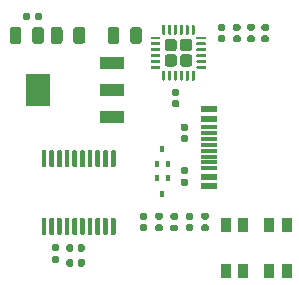
<source format=gtp>
G04 #@! TF.GenerationSoftware,KiCad,Pcbnew,5.1.9+dfsg1-1*
G04 #@! TF.CreationDate,2022-04-19T21:03:17+02:00*
G04 #@! TF.ProjectId,edgedriver,65646765-6472-4697-9665-722e6b696361,rev?*
G04 #@! TF.SameCoordinates,Original*
G04 #@! TF.FileFunction,Paste,Top*
G04 #@! TF.FilePolarity,Positive*
%FSLAX46Y46*%
G04 Gerber Fmt 4.6, Leading zero omitted, Abs format (unit mm)*
G04 Created by KiCad (PCBNEW 5.1.9+dfsg1-1) date 2022-04-19 21:03:17*
%MOMM*%
%LPD*%
G01*
G04 APERTURE LIST*
%ADD10R,0.400000X0.510000*%
%ADD11R,1.450000X0.300000*%
%ADD12R,1.450000X0.600000*%
%ADD13R,0.900000X1.250000*%
%ADD14R,2.000000X2.800000*%
%ADD15R,2.000000X1.000000*%
G04 APERTURE END LIST*
D10*
X400000Y10295000D03*
X900000Y9005000D03*
X1400000Y10295000D03*
D11*
X4855000Y12650000D03*
X4855000Y14650000D03*
X4855000Y14150000D03*
X4855000Y13650000D03*
X4855000Y13150000D03*
X4855000Y12150000D03*
X4855000Y11650000D03*
X4855000Y11150000D03*
D12*
X4855000Y9650000D03*
X4855000Y10450000D03*
X4855000Y15350000D03*
X4855000Y16150000D03*
D10*
X400000Y11505000D03*
X900000Y12795000D03*
X1400000Y11505000D03*
G36*
G01*
X-9150000Y22875000D02*
X-9150000Y21925000D01*
G75*
G02*
X-9400000Y21675000I-250000J0D01*
G01*
X-9900000Y21675000D01*
G75*
G02*
X-10150000Y21925000I0J250000D01*
G01*
X-10150000Y22875000D01*
G75*
G02*
X-9900000Y23125000I250000J0D01*
G01*
X-9400000Y23125000D01*
G75*
G02*
X-9150000Y22875000I0J-250000D01*
G01*
G37*
G36*
G01*
X-11050000Y22875000D02*
X-11050000Y21925000D01*
G75*
G02*
X-11300000Y21675000I-250000J0D01*
G01*
X-11800000Y21675000D01*
G75*
G02*
X-12050000Y21925000I0J250000D01*
G01*
X-12050000Y22875000D01*
G75*
G02*
X-11800000Y23125000I250000J0D01*
G01*
X-11300000Y23125000D01*
G75*
G02*
X-11050000Y22875000I0J-250000D01*
G01*
G37*
D13*
X9950000Y2475000D03*
X11450000Y2475000D03*
X9950000Y6325000D03*
X11450000Y6325000D03*
X6250000Y2475000D03*
X7750000Y2475000D03*
X6250000Y6325000D03*
X7750000Y6325000D03*
G36*
G01*
X3027500Y7380000D02*
X3372500Y7380000D01*
G75*
G02*
X3520000Y7232500I0J-147500D01*
G01*
X3520000Y6937500D01*
G75*
G02*
X3372500Y6790000I-147500J0D01*
G01*
X3027500Y6790000D01*
G75*
G02*
X2880000Y6937500I0J147500D01*
G01*
X2880000Y7232500D01*
G75*
G02*
X3027500Y7380000I147500J0D01*
G01*
G37*
G36*
G01*
X3027500Y6410000D02*
X3372500Y6410000D01*
G75*
G02*
X3520000Y6262500I0J-147500D01*
G01*
X3520000Y5967500D01*
G75*
G02*
X3372500Y5820000I-147500J0D01*
G01*
X3027500Y5820000D01*
G75*
G02*
X2880000Y5967500I0J147500D01*
G01*
X2880000Y6262500D01*
G75*
G02*
X3027500Y6410000I147500J0D01*
G01*
G37*
G36*
G01*
X-9025000Y5500000D02*
X-9225000Y5500000D01*
G75*
G02*
X-9325000Y5600000I0J100000D01*
G01*
X-9325000Y6875000D01*
G75*
G02*
X-9225000Y6975000I100000J0D01*
G01*
X-9025000Y6975000D01*
G75*
G02*
X-8925000Y6875000I0J-100000D01*
G01*
X-8925000Y5600000D01*
G75*
G02*
X-9025000Y5500000I-100000J0D01*
G01*
G37*
G36*
G01*
X-8375000Y5500000D02*
X-8575000Y5500000D01*
G75*
G02*
X-8675000Y5600000I0J100000D01*
G01*
X-8675000Y6875000D01*
G75*
G02*
X-8575000Y6975000I100000J0D01*
G01*
X-8375000Y6975000D01*
G75*
G02*
X-8275000Y6875000I0J-100000D01*
G01*
X-8275000Y5600000D01*
G75*
G02*
X-8375000Y5500000I-100000J0D01*
G01*
G37*
G36*
G01*
X-7725000Y5500000D02*
X-7925000Y5500000D01*
G75*
G02*
X-8025000Y5600000I0J100000D01*
G01*
X-8025000Y6875000D01*
G75*
G02*
X-7925000Y6975000I100000J0D01*
G01*
X-7725000Y6975000D01*
G75*
G02*
X-7625000Y6875000I0J-100000D01*
G01*
X-7625000Y5600000D01*
G75*
G02*
X-7725000Y5500000I-100000J0D01*
G01*
G37*
G36*
G01*
X-7075000Y5500000D02*
X-7275000Y5500000D01*
G75*
G02*
X-7375000Y5600000I0J100000D01*
G01*
X-7375000Y6875000D01*
G75*
G02*
X-7275000Y6975000I100000J0D01*
G01*
X-7075000Y6975000D01*
G75*
G02*
X-6975000Y6875000I0J-100000D01*
G01*
X-6975000Y5600000D01*
G75*
G02*
X-7075000Y5500000I-100000J0D01*
G01*
G37*
G36*
G01*
X-6425000Y5500000D02*
X-6625000Y5500000D01*
G75*
G02*
X-6725000Y5600000I0J100000D01*
G01*
X-6725000Y6875000D01*
G75*
G02*
X-6625000Y6975000I100000J0D01*
G01*
X-6425000Y6975000D01*
G75*
G02*
X-6325000Y6875000I0J-100000D01*
G01*
X-6325000Y5600000D01*
G75*
G02*
X-6425000Y5500000I-100000J0D01*
G01*
G37*
G36*
G01*
X-5775000Y5500000D02*
X-5975000Y5500000D01*
G75*
G02*
X-6075000Y5600000I0J100000D01*
G01*
X-6075000Y6875000D01*
G75*
G02*
X-5975000Y6975000I100000J0D01*
G01*
X-5775000Y6975000D01*
G75*
G02*
X-5675000Y6875000I0J-100000D01*
G01*
X-5675000Y5600000D01*
G75*
G02*
X-5775000Y5500000I-100000J0D01*
G01*
G37*
G36*
G01*
X-5125000Y5500000D02*
X-5325000Y5500000D01*
G75*
G02*
X-5425000Y5600000I0J100000D01*
G01*
X-5425000Y6875000D01*
G75*
G02*
X-5325000Y6975000I100000J0D01*
G01*
X-5125000Y6975000D01*
G75*
G02*
X-5025000Y6875000I0J-100000D01*
G01*
X-5025000Y5600000D01*
G75*
G02*
X-5125000Y5500000I-100000J0D01*
G01*
G37*
G36*
G01*
X-4475000Y5500000D02*
X-4675000Y5500000D01*
G75*
G02*
X-4775000Y5600000I0J100000D01*
G01*
X-4775000Y6875000D01*
G75*
G02*
X-4675000Y6975000I100000J0D01*
G01*
X-4475000Y6975000D01*
G75*
G02*
X-4375000Y6875000I0J-100000D01*
G01*
X-4375000Y5600000D01*
G75*
G02*
X-4475000Y5500000I-100000J0D01*
G01*
G37*
G36*
G01*
X-3825000Y5500000D02*
X-4025000Y5500000D01*
G75*
G02*
X-4125000Y5600000I0J100000D01*
G01*
X-4125000Y6875000D01*
G75*
G02*
X-4025000Y6975000I100000J0D01*
G01*
X-3825000Y6975000D01*
G75*
G02*
X-3725000Y6875000I0J-100000D01*
G01*
X-3725000Y5600000D01*
G75*
G02*
X-3825000Y5500000I-100000J0D01*
G01*
G37*
G36*
G01*
X-3175000Y5500000D02*
X-3375000Y5500000D01*
G75*
G02*
X-3475000Y5600000I0J100000D01*
G01*
X-3475000Y6875000D01*
G75*
G02*
X-3375000Y6975000I100000J0D01*
G01*
X-3175000Y6975000D01*
G75*
G02*
X-3075000Y6875000I0J-100000D01*
G01*
X-3075000Y5600000D01*
G75*
G02*
X-3175000Y5500000I-100000J0D01*
G01*
G37*
G36*
G01*
X-3175000Y11225000D02*
X-3375000Y11225000D01*
G75*
G02*
X-3475000Y11325000I0J100000D01*
G01*
X-3475000Y12600000D01*
G75*
G02*
X-3375000Y12700000I100000J0D01*
G01*
X-3175000Y12700000D01*
G75*
G02*
X-3075000Y12600000I0J-100000D01*
G01*
X-3075000Y11325000D01*
G75*
G02*
X-3175000Y11225000I-100000J0D01*
G01*
G37*
G36*
G01*
X-3825000Y11225000D02*
X-4025000Y11225000D01*
G75*
G02*
X-4125000Y11325000I0J100000D01*
G01*
X-4125000Y12600000D01*
G75*
G02*
X-4025000Y12700000I100000J0D01*
G01*
X-3825000Y12700000D01*
G75*
G02*
X-3725000Y12600000I0J-100000D01*
G01*
X-3725000Y11325000D01*
G75*
G02*
X-3825000Y11225000I-100000J0D01*
G01*
G37*
G36*
G01*
X-4475000Y11225000D02*
X-4675000Y11225000D01*
G75*
G02*
X-4775000Y11325000I0J100000D01*
G01*
X-4775000Y12600000D01*
G75*
G02*
X-4675000Y12700000I100000J0D01*
G01*
X-4475000Y12700000D01*
G75*
G02*
X-4375000Y12600000I0J-100000D01*
G01*
X-4375000Y11325000D01*
G75*
G02*
X-4475000Y11225000I-100000J0D01*
G01*
G37*
G36*
G01*
X-5125000Y11225000D02*
X-5325000Y11225000D01*
G75*
G02*
X-5425000Y11325000I0J100000D01*
G01*
X-5425000Y12600000D01*
G75*
G02*
X-5325000Y12700000I100000J0D01*
G01*
X-5125000Y12700000D01*
G75*
G02*
X-5025000Y12600000I0J-100000D01*
G01*
X-5025000Y11325000D01*
G75*
G02*
X-5125000Y11225000I-100000J0D01*
G01*
G37*
G36*
G01*
X-5775000Y11225000D02*
X-5975000Y11225000D01*
G75*
G02*
X-6075000Y11325000I0J100000D01*
G01*
X-6075000Y12600000D01*
G75*
G02*
X-5975000Y12700000I100000J0D01*
G01*
X-5775000Y12700000D01*
G75*
G02*
X-5675000Y12600000I0J-100000D01*
G01*
X-5675000Y11325000D01*
G75*
G02*
X-5775000Y11225000I-100000J0D01*
G01*
G37*
G36*
G01*
X-6425000Y11225000D02*
X-6625000Y11225000D01*
G75*
G02*
X-6725000Y11325000I0J100000D01*
G01*
X-6725000Y12600000D01*
G75*
G02*
X-6625000Y12700000I100000J0D01*
G01*
X-6425000Y12700000D01*
G75*
G02*
X-6325000Y12600000I0J-100000D01*
G01*
X-6325000Y11325000D01*
G75*
G02*
X-6425000Y11225000I-100000J0D01*
G01*
G37*
G36*
G01*
X-7075000Y11225000D02*
X-7275000Y11225000D01*
G75*
G02*
X-7375000Y11325000I0J100000D01*
G01*
X-7375000Y12600000D01*
G75*
G02*
X-7275000Y12700000I100000J0D01*
G01*
X-7075000Y12700000D01*
G75*
G02*
X-6975000Y12600000I0J-100000D01*
G01*
X-6975000Y11325000D01*
G75*
G02*
X-7075000Y11225000I-100000J0D01*
G01*
G37*
G36*
G01*
X-7725000Y11225000D02*
X-7925000Y11225000D01*
G75*
G02*
X-8025000Y11325000I0J100000D01*
G01*
X-8025000Y12600000D01*
G75*
G02*
X-7925000Y12700000I100000J0D01*
G01*
X-7725000Y12700000D01*
G75*
G02*
X-7625000Y12600000I0J-100000D01*
G01*
X-7625000Y11325000D01*
G75*
G02*
X-7725000Y11225000I-100000J0D01*
G01*
G37*
G36*
G01*
X-8375000Y11225000D02*
X-8575000Y11225000D01*
G75*
G02*
X-8675000Y11325000I0J100000D01*
G01*
X-8675000Y12600000D01*
G75*
G02*
X-8575000Y12700000I100000J0D01*
G01*
X-8375000Y12700000D01*
G75*
G02*
X-8275000Y12600000I0J-100000D01*
G01*
X-8275000Y11325000D01*
G75*
G02*
X-8375000Y11225000I-100000J0D01*
G01*
G37*
G36*
G01*
X-9025000Y11225000D02*
X-9225000Y11225000D01*
G75*
G02*
X-9325000Y11325000I0J100000D01*
G01*
X-9325000Y12600000D01*
G75*
G02*
X-9225000Y12700000I100000J0D01*
G01*
X-9025000Y12700000D01*
G75*
G02*
X-8925000Y12600000I0J-100000D01*
G01*
X-8925000Y11325000D01*
G75*
G02*
X-9025000Y11225000I-100000J0D01*
G01*
G37*
D14*
X-9650000Y17800000D03*
D15*
X-3350000Y17800000D03*
X-3350000Y20100000D03*
X-3350000Y15500000D03*
G36*
G01*
X-7230000Y4227500D02*
X-7230000Y4572500D01*
G75*
G02*
X-7082500Y4720000I147500J0D01*
G01*
X-6787500Y4720000D01*
G75*
G02*
X-6640000Y4572500I0J-147500D01*
G01*
X-6640000Y4227500D01*
G75*
G02*
X-6787500Y4080000I-147500J0D01*
G01*
X-7082500Y4080000D01*
G75*
G02*
X-7230000Y4227500I0J147500D01*
G01*
G37*
G36*
G01*
X-6260000Y4227500D02*
X-6260000Y4572500D01*
G75*
G02*
X-6112500Y4720000I147500J0D01*
G01*
X-5817500Y4720000D01*
G75*
G02*
X-5670000Y4572500I0J-147500D01*
G01*
X-5670000Y4227500D01*
G75*
G02*
X-5817500Y4080000I-147500J0D01*
G01*
X-6112500Y4080000D01*
G75*
G02*
X-6260000Y4227500I0J147500D01*
G01*
G37*
G36*
G01*
X-5670000Y3322500D02*
X-5670000Y2977500D01*
G75*
G02*
X-5817500Y2830000I-147500J0D01*
G01*
X-6112500Y2830000D01*
G75*
G02*
X-6260000Y2977500I0J147500D01*
G01*
X-6260000Y3322500D01*
G75*
G02*
X-6112500Y3470000I147500J0D01*
G01*
X-5817500Y3470000D01*
G75*
G02*
X-5670000Y3322500I0J-147500D01*
G01*
G37*
G36*
G01*
X-6640000Y3322500D02*
X-6640000Y2977500D01*
G75*
G02*
X-6787500Y2830000I-147500J0D01*
G01*
X-7082500Y2830000D01*
G75*
G02*
X-7230000Y2977500I0J147500D01*
G01*
X-7230000Y3322500D01*
G75*
G02*
X-7082500Y3470000I147500J0D01*
G01*
X-6787500Y3470000D01*
G75*
G02*
X-6640000Y3322500I0J-147500D01*
G01*
G37*
G36*
G01*
X-8322500Y3760000D02*
X-7977500Y3760000D01*
G75*
G02*
X-7830000Y3612500I0J-147500D01*
G01*
X-7830000Y3317500D01*
G75*
G02*
X-7977500Y3170000I-147500J0D01*
G01*
X-8322500Y3170000D01*
G75*
G02*
X-8470000Y3317500I0J147500D01*
G01*
X-8470000Y3612500D01*
G75*
G02*
X-8322500Y3760000I147500J0D01*
G01*
G37*
G36*
G01*
X-8322500Y4730000D02*
X-7977500Y4730000D01*
G75*
G02*
X-7830000Y4582500I0J-147500D01*
G01*
X-7830000Y4287500D01*
G75*
G02*
X-7977500Y4140000I-147500J0D01*
G01*
X-8322500Y4140000D01*
G75*
G02*
X-8470000Y4287500I0J147500D01*
G01*
X-8470000Y4582500D01*
G75*
G02*
X-8322500Y4730000I147500J0D01*
G01*
G37*
G36*
G01*
X3425000Y20562501D02*
X3425000Y20012499D01*
G75*
G02*
X3175001Y19762500I-249999J0D01*
G01*
X2624999Y19762500D01*
G75*
G02*
X2375000Y20012499I0J249999D01*
G01*
X2375000Y20562501D01*
G75*
G02*
X2624999Y20812500I249999J0D01*
G01*
X3175001Y20812500D01*
G75*
G02*
X3425000Y20562501I0J-249999D01*
G01*
G37*
G36*
G01*
X3425000Y21862501D02*
X3425000Y21312499D01*
G75*
G02*
X3175001Y21062500I-249999J0D01*
G01*
X2624999Y21062500D01*
G75*
G02*
X2375000Y21312499I0J249999D01*
G01*
X2375000Y21862501D01*
G75*
G02*
X2624999Y22112500I249999J0D01*
G01*
X3175001Y22112500D01*
G75*
G02*
X3425000Y21862501I0J-249999D01*
G01*
G37*
G36*
G01*
X2125000Y20562501D02*
X2125000Y20012499D01*
G75*
G02*
X1875001Y19762500I-249999J0D01*
G01*
X1324999Y19762500D01*
G75*
G02*
X1075000Y20012499I0J249999D01*
G01*
X1075000Y20562501D01*
G75*
G02*
X1324999Y20812500I249999J0D01*
G01*
X1875001Y20812500D01*
G75*
G02*
X2125000Y20562501I0J-249999D01*
G01*
G37*
G36*
G01*
X2125000Y21862501D02*
X2125000Y21312499D01*
G75*
G02*
X1875001Y21062500I-249999J0D01*
G01*
X1324999Y21062500D01*
G75*
G02*
X1075000Y21312499I0J249999D01*
G01*
X1075000Y21862501D01*
G75*
G02*
X1324999Y22112500I249999J0D01*
G01*
X1875001Y22112500D01*
G75*
G02*
X2125000Y21862501I0J-249999D01*
G01*
G37*
G36*
G01*
X4600000Y19750000D02*
X4600000Y19625000D01*
G75*
G02*
X4537500Y19562500I-62500J0D01*
G01*
X3837500Y19562500D01*
G75*
G02*
X3775000Y19625000I0J62500D01*
G01*
X3775000Y19750000D01*
G75*
G02*
X3837500Y19812500I62500J0D01*
G01*
X4537500Y19812500D01*
G75*
G02*
X4600000Y19750000I0J-62500D01*
G01*
G37*
G36*
G01*
X4600000Y20250000D02*
X4600000Y20125000D01*
G75*
G02*
X4537500Y20062500I-62500J0D01*
G01*
X3837500Y20062500D01*
G75*
G02*
X3775000Y20125000I0J62500D01*
G01*
X3775000Y20250000D01*
G75*
G02*
X3837500Y20312500I62500J0D01*
G01*
X4537500Y20312500D01*
G75*
G02*
X4600000Y20250000I0J-62500D01*
G01*
G37*
G36*
G01*
X4600000Y20750000D02*
X4600000Y20625000D01*
G75*
G02*
X4537500Y20562500I-62500J0D01*
G01*
X3837500Y20562500D01*
G75*
G02*
X3775000Y20625000I0J62500D01*
G01*
X3775000Y20750000D01*
G75*
G02*
X3837500Y20812500I62500J0D01*
G01*
X4537500Y20812500D01*
G75*
G02*
X4600000Y20750000I0J-62500D01*
G01*
G37*
G36*
G01*
X4600000Y21250000D02*
X4600000Y21125000D01*
G75*
G02*
X4537500Y21062500I-62500J0D01*
G01*
X3837500Y21062500D01*
G75*
G02*
X3775000Y21125000I0J62500D01*
G01*
X3775000Y21250000D01*
G75*
G02*
X3837500Y21312500I62500J0D01*
G01*
X4537500Y21312500D01*
G75*
G02*
X4600000Y21250000I0J-62500D01*
G01*
G37*
G36*
G01*
X4600000Y21750000D02*
X4600000Y21625000D01*
G75*
G02*
X4537500Y21562500I-62500J0D01*
G01*
X3837500Y21562500D01*
G75*
G02*
X3775000Y21625000I0J62500D01*
G01*
X3775000Y21750000D01*
G75*
G02*
X3837500Y21812500I62500J0D01*
G01*
X4537500Y21812500D01*
G75*
G02*
X4600000Y21750000I0J-62500D01*
G01*
G37*
G36*
G01*
X4600000Y22250000D02*
X4600000Y22125000D01*
G75*
G02*
X4537500Y22062500I-62500J0D01*
G01*
X3837500Y22062500D01*
G75*
G02*
X3775000Y22125000I0J62500D01*
G01*
X3775000Y22250000D01*
G75*
G02*
X3837500Y22312500I62500J0D01*
G01*
X4537500Y22312500D01*
G75*
G02*
X4600000Y22250000I0J-62500D01*
G01*
G37*
G36*
G01*
X3625000Y23225000D02*
X3625000Y22525000D01*
G75*
G02*
X3562500Y22462500I-62500J0D01*
G01*
X3437500Y22462500D01*
G75*
G02*
X3375000Y22525000I0J62500D01*
G01*
X3375000Y23225000D01*
G75*
G02*
X3437500Y23287500I62500J0D01*
G01*
X3562500Y23287500D01*
G75*
G02*
X3625000Y23225000I0J-62500D01*
G01*
G37*
G36*
G01*
X3125000Y23225000D02*
X3125000Y22525000D01*
G75*
G02*
X3062500Y22462500I-62500J0D01*
G01*
X2937500Y22462500D01*
G75*
G02*
X2875000Y22525000I0J62500D01*
G01*
X2875000Y23225000D01*
G75*
G02*
X2937500Y23287500I62500J0D01*
G01*
X3062500Y23287500D01*
G75*
G02*
X3125000Y23225000I0J-62500D01*
G01*
G37*
G36*
G01*
X2625000Y23225000D02*
X2625000Y22525000D01*
G75*
G02*
X2562500Y22462500I-62500J0D01*
G01*
X2437500Y22462500D01*
G75*
G02*
X2375000Y22525000I0J62500D01*
G01*
X2375000Y23225000D01*
G75*
G02*
X2437500Y23287500I62500J0D01*
G01*
X2562500Y23287500D01*
G75*
G02*
X2625000Y23225000I0J-62500D01*
G01*
G37*
G36*
G01*
X2125000Y23225000D02*
X2125000Y22525000D01*
G75*
G02*
X2062500Y22462500I-62500J0D01*
G01*
X1937500Y22462500D01*
G75*
G02*
X1875000Y22525000I0J62500D01*
G01*
X1875000Y23225000D01*
G75*
G02*
X1937500Y23287500I62500J0D01*
G01*
X2062500Y23287500D01*
G75*
G02*
X2125000Y23225000I0J-62500D01*
G01*
G37*
G36*
G01*
X1625000Y23225000D02*
X1625000Y22525000D01*
G75*
G02*
X1562500Y22462500I-62500J0D01*
G01*
X1437500Y22462500D01*
G75*
G02*
X1375000Y22525000I0J62500D01*
G01*
X1375000Y23225000D01*
G75*
G02*
X1437500Y23287500I62500J0D01*
G01*
X1562500Y23287500D01*
G75*
G02*
X1625000Y23225000I0J-62500D01*
G01*
G37*
G36*
G01*
X1125000Y23225000D02*
X1125000Y22525000D01*
G75*
G02*
X1062500Y22462500I-62500J0D01*
G01*
X937500Y22462500D01*
G75*
G02*
X875000Y22525000I0J62500D01*
G01*
X875000Y23225000D01*
G75*
G02*
X937500Y23287500I62500J0D01*
G01*
X1062500Y23287500D01*
G75*
G02*
X1125000Y23225000I0J-62500D01*
G01*
G37*
G36*
G01*
X725000Y22250000D02*
X725000Y22125000D01*
G75*
G02*
X662500Y22062500I-62500J0D01*
G01*
X-37500Y22062500D01*
G75*
G02*
X-100000Y22125000I0J62500D01*
G01*
X-100000Y22250000D01*
G75*
G02*
X-37500Y22312500I62500J0D01*
G01*
X662500Y22312500D01*
G75*
G02*
X725000Y22250000I0J-62500D01*
G01*
G37*
G36*
G01*
X725000Y21750000D02*
X725000Y21625000D01*
G75*
G02*
X662500Y21562500I-62500J0D01*
G01*
X-37500Y21562500D01*
G75*
G02*
X-100000Y21625000I0J62500D01*
G01*
X-100000Y21750000D01*
G75*
G02*
X-37500Y21812500I62500J0D01*
G01*
X662500Y21812500D01*
G75*
G02*
X725000Y21750000I0J-62500D01*
G01*
G37*
G36*
G01*
X725000Y21250000D02*
X725000Y21125000D01*
G75*
G02*
X662500Y21062500I-62500J0D01*
G01*
X-37500Y21062500D01*
G75*
G02*
X-100000Y21125000I0J62500D01*
G01*
X-100000Y21250000D01*
G75*
G02*
X-37500Y21312500I62500J0D01*
G01*
X662500Y21312500D01*
G75*
G02*
X725000Y21250000I0J-62500D01*
G01*
G37*
G36*
G01*
X725000Y20750000D02*
X725000Y20625000D01*
G75*
G02*
X662500Y20562500I-62500J0D01*
G01*
X-37500Y20562500D01*
G75*
G02*
X-100000Y20625000I0J62500D01*
G01*
X-100000Y20750000D01*
G75*
G02*
X-37500Y20812500I62500J0D01*
G01*
X662500Y20812500D01*
G75*
G02*
X725000Y20750000I0J-62500D01*
G01*
G37*
G36*
G01*
X725000Y20250000D02*
X725000Y20125000D01*
G75*
G02*
X662500Y20062500I-62500J0D01*
G01*
X-37500Y20062500D01*
G75*
G02*
X-100000Y20125000I0J62500D01*
G01*
X-100000Y20250000D01*
G75*
G02*
X-37500Y20312500I62500J0D01*
G01*
X662500Y20312500D01*
G75*
G02*
X725000Y20250000I0J-62500D01*
G01*
G37*
G36*
G01*
X725000Y19750000D02*
X725000Y19625000D01*
G75*
G02*
X662500Y19562500I-62500J0D01*
G01*
X-37500Y19562500D01*
G75*
G02*
X-100000Y19625000I0J62500D01*
G01*
X-100000Y19750000D01*
G75*
G02*
X-37500Y19812500I62500J0D01*
G01*
X662500Y19812500D01*
G75*
G02*
X725000Y19750000I0J-62500D01*
G01*
G37*
G36*
G01*
X1125000Y19350000D02*
X1125000Y18650000D01*
G75*
G02*
X1062500Y18587500I-62500J0D01*
G01*
X937500Y18587500D01*
G75*
G02*
X875000Y18650000I0J62500D01*
G01*
X875000Y19350000D01*
G75*
G02*
X937500Y19412500I62500J0D01*
G01*
X1062500Y19412500D01*
G75*
G02*
X1125000Y19350000I0J-62500D01*
G01*
G37*
G36*
G01*
X1625000Y19350000D02*
X1625000Y18650000D01*
G75*
G02*
X1562500Y18587500I-62500J0D01*
G01*
X1437500Y18587500D01*
G75*
G02*
X1375000Y18650000I0J62500D01*
G01*
X1375000Y19350000D01*
G75*
G02*
X1437500Y19412500I62500J0D01*
G01*
X1562500Y19412500D01*
G75*
G02*
X1625000Y19350000I0J-62500D01*
G01*
G37*
G36*
G01*
X2125000Y19350000D02*
X2125000Y18650000D01*
G75*
G02*
X2062500Y18587500I-62500J0D01*
G01*
X1937500Y18587500D01*
G75*
G02*
X1875000Y18650000I0J62500D01*
G01*
X1875000Y19350000D01*
G75*
G02*
X1937500Y19412500I62500J0D01*
G01*
X2062500Y19412500D01*
G75*
G02*
X2125000Y19350000I0J-62500D01*
G01*
G37*
G36*
G01*
X2625000Y19350000D02*
X2625000Y18650000D01*
G75*
G02*
X2562500Y18587500I-62500J0D01*
G01*
X2437500Y18587500D01*
G75*
G02*
X2375000Y18650000I0J62500D01*
G01*
X2375000Y19350000D01*
G75*
G02*
X2437500Y19412500I62500J0D01*
G01*
X2562500Y19412500D01*
G75*
G02*
X2625000Y19350000I0J-62500D01*
G01*
G37*
G36*
G01*
X3125000Y19350000D02*
X3125000Y18650000D01*
G75*
G02*
X3062500Y18587500I-62500J0D01*
G01*
X2937500Y18587500D01*
G75*
G02*
X2875000Y18650000I0J62500D01*
G01*
X2875000Y19350000D01*
G75*
G02*
X2937500Y19412500I62500J0D01*
G01*
X3062500Y19412500D01*
G75*
G02*
X3125000Y19350000I0J-62500D01*
G01*
G37*
G36*
G01*
X3625000Y19350000D02*
X3625000Y18650000D01*
G75*
G02*
X3562500Y18587500I-62500J0D01*
G01*
X3437500Y18587500D01*
G75*
G02*
X3375000Y18650000I0J62500D01*
G01*
X3375000Y19350000D01*
G75*
G02*
X3437500Y19412500I62500J0D01*
G01*
X3562500Y19412500D01*
G75*
G02*
X3625000Y19350000I0J-62500D01*
G01*
G37*
G36*
G01*
X2182500Y16310000D02*
X1837500Y16310000D01*
G75*
G02*
X1690000Y16457500I0J147500D01*
G01*
X1690000Y16752500D01*
G75*
G02*
X1837500Y16900000I147500J0D01*
G01*
X2182500Y16900000D01*
G75*
G02*
X2330000Y16752500I0J-147500D01*
G01*
X2330000Y16457500D01*
G75*
G02*
X2182500Y16310000I-147500J0D01*
G01*
G37*
G36*
G01*
X2182500Y17280000D02*
X1837500Y17280000D01*
G75*
G02*
X1690000Y17427500I0J147500D01*
G01*
X1690000Y17722500D01*
G75*
G02*
X1837500Y17870000I147500J0D01*
G01*
X2182500Y17870000D01*
G75*
G02*
X2330000Y17722500I0J-147500D01*
G01*
X2330000Y17427500D01*
G75*
G02*
X2182500Y17280000I-147500J0D01*
G01*
G37*
G36*
G01*
X5727500Y22410000D02*
X6072500Y22410000D01*
G75*
G02*
X6220000Y22262500I0J-147500D01*
G01*
X6220000Y21967500D01*
G75*
G02*
X6072500Y21820000I-147500J0D01*
G01*
X5727500Y21820000D01*
G75*
G02*
X5580000Y21967500I0J147500D01*
G01*
X5580000Y22262500D01*
G75*
G02*
X5727500Y22410000I147500J0D01*
G01*
G37*
G36*
G01*
X5727500Y23380000D02*
X6072500Y23380000D01*
G75*
G02*
X6220000Y23232500I0J-147500D01*
G01*
X6220000Y22937500D01*
G75*
G02*
X6072500Y22790000I-147500J0D01*
G01*
X5727500Y22790000D01*
G75*
G02*
X5580000Y22937500I0J147500D01*
G01*
X5580000Y23232500D01*
G75*
G02*
X5727500Y23380000I147500J0D01*
G01*
G37*
G36*
G01*
X8572500Y22790000D02*
X8227500Y22790000D01*
G75*
G02*
X8080000Y22937500I0J147500D01*
G01*
X8080000Y23232500D01*
G75*
G02*
X8227500Y23380000I147500J0D01*
G01*
X8572500Y23380000D01*
G75*
G02*
X8720000Y23232500I0J-147500D01*
G01*
X8720000Y22937500D01*
G75*
G02*
X8572500Y22790000I-147500J0D01*
G01*
G37*
G36*
G01*
X8572500Y21820000D02*
X8227500Y21820000D01*
G75*
G02*
X8080000Y21967500I0J147500D01*
G01*
X8080000Y22262500D01*
G75*
G02*
X8227500Y22410000I147500J0D01*
G01*
X8572500Y22410000D01*
G75*
G02*
X8720000Y22262500I0J-147500D01*
G01*
X8720000Y21967500D01*
G75*
G02*
X8572500Y21820000I-147500J0D01*
G01*
G37*
G36*
G01*
X-9320000Y24172500D02*
X-9320000Y23827500D01*
G75*
G02*
X-9467500Y23680000I-147500J0D01*
G01*
X-9762500Y23680000D01*
G75*
G02*
X-9910000Y23827500I0J147500D01*
G01*
X-9910000Y24172500D01*
G75*
G02*
X-9762500Y24320000I147500J0D01*
G01*
X-9467500Y24320000D01*
G75*
G02*
X-9320000Y24172500I0J-147500D01*
G01*
G37*
G36*
G01*
X-10290000Y24172500D02*
X-10290000Y23827500D01*
G75*
G02*
X-10437500Y23680000I-147500J0D01*
G01*
X-10732500Y23680000D01*
G75*
G02*
X-10880000Y23827500I0J147500D01*
G01*
X-10880000Y24172500D01*
G75*
G02*
X-10732500Y24320000I147500J0D01*
G01*
X-10437500Y24320000D01*
G75*
G02*
X-10290000Y24172500I0J-147500D01*
G01*
G37*
G36*
G01*
X7372500Y21820000D02*
X7027500Y21820000D01*
G75*
G02*
X6880000Y21967500I0J147500D01*
G01*
X6880000Y22262500D01*
G75*
G02*
X7027500Y22410000I147500J0D01*
G01*
X7372500Y22410000D01*
G75*
G02*
X7520000Y22262500I0J-147500D01*
G01*
X7520000Y21967500D01*
G75*
G02*
X7372500Y21820000I-147500J0D01*
G01*
G37*
G36*
G01*
X7372500Y22790000D02*
X7027500Y22790000D01*
G75*
G02*
X6880000Y22937500I0J147500D01*
G01*
X6880000Y23232500D01*
G75*
G02*
X7027500Y23380000I147500J0D01*
G01*
X7372500Y23380000D01*
G75*
G02*
X7520000Y23232500I0J-147500D01*
G01*
X7520000Y22937500D01*
G75*
G02*
X7372500Y22790000I-147500J0D01*
G01*
G37*
G36*
G01*
X2072500Y6775000D02*
X1727500Y6775000D01*
G75*
G02*
X1580000Y6922500I0J147500D01*
G01*
X1580000Y7217500D01*
G75*
G02*
X1727500Y7365000I147500J0D01*
G01*
X2072500Y7365000D01*
G75*
G02*
X2220000Y7217500I0J-147500D01*
G01*
X2220000Y6922500D01*
G75*
G02*
X2072500Y6775000I-147500J0D01*
G01*
G37*
G36*
G01*
X2072500Y5805000D02*
X1727500Y5805000D01*
G75*
G02*
X1580000Y5952500I0J147500D01*
G01*
X1580000Y6247500D01*
G75*
G02*
X1727500Y6395000I147500J0D01*
G01*
X2072500Y6395000D01*
G75*
G02*
X2220000Y6247500I0J-147500D01*
G01*
X2220000Y5952500D01*
G75*
G02*
X2072500Y5805000I-147500J0D01*
G01*
G37*
G36*
G01*
X9772500Y21820000D02*
X9427500Y21820000D01*
G75*
G02*
X9280000Y21967500I0J147500D01*
G01*
X9280000Y22262500D01*
G75*
G02*
X9427500Y22410000I147500J0D01*
G01*
X9772500Y22410000D01*
G75*
G02*
X9920000Y22262500I0J-147500D01*
G01*
X9920000Y21967500D01*
G75*
G02*
X9772500Y21820000I-147500J0D01*
G01*
G37*
G36*
G01*
X9772500Y22790000D02*
X9427500Y22790000D01*
G75*
G02*
X9280000Y22937500I0J147500D01*
G01*
X9280000Y23232500D01*
G75*
G02*
X9427500Y23380000I147500J0D01*
G01*
X9772500Y23380000D01*
G75*
G02*
X9920000Y23232500I0J-147500D01*
G01*
X9920000Y22937500D01*
G75*
G02*
X9772500Y22790000I-147500J0D01*
G01*
G37*
G36*
G01*
X-872500Y6410000D02*
X-527500Y6410000D01*
G75*
G02*
X-380000Y6262500I0J-147500D01*
G01*
X-380000Y5967500D01*
G75*
G02*
X-527500Y5820000I-147500J0D01*
G01*
X-872500Y5820000D01*
G75*
G02*
X-1020000Y5967500I0J147500D01*
G01*
X-1020000Y6262500D01*
G75*
G02*
X-872500Y6410000I147500J0D01*
G01*
G37*
G36*
G01*
X-872500Y7380000D02*
X-527500Y7380000D01*
G75*
G02*
X-380000Y7232500I0J-147500D01*
G01*
X-380000Y6937500D01*
G75*
G02*
X-527500Y6790000I-147500J0D01*
G01*
X-872500Y6790000D01*
G75*
G02*
X-1020000Y6937500I0J147500D01*
G01*
X-1020000Y7232500D01*
G75*
G02*
X-872500Y7380000I147500J0D01*
G01*
G37*
G36*
G01*
X2922500Y9685000D02*
X2577500Y9685000D01*
G75*
G02*
X2430000Y9832500I0J147500D01*
G01*
X2430000Y10127500D01*
G75*
G02*
X2577500Y10275000I147500J0D01*
G01*
X2922500Y10275000D01*
G75*
G02*
X3070000Y10127500I0J-147500D01*
G01*
X3070000Y9832500D01*
G75*
G02*
X2922500Y9685000I-147500J0D01*
G01*
G37*
G36*
G01*
X2922500Y10655000D02*
X2577500Y10655000D01*
G75*
G02*
X2430000Y10802500I0J147500D01*
G01*
X2430000Y11097500D01*
G75*
G02*
X2577500Y11245000I147500J0D01*
G01*
X2922500Y11245000D01*
G75*
G02*
X3070000Y11097500I0J-147500D01*
G01*
X3070000Y10802500D01*
G75*
G02*
X2922500Y10655000I-147500J0D01*
G01*
G37*
G36*
G01*
X2577500Y13960000D02*
X2922500Y13960000D01*
G75*
G02*
X3070000Y13812500I0J-147500D01*
G01*
X3070000Y13517500D01*
G75*
G02*
X2922500Y13370000I-147500J0D01*
G01*
X2577500Y13370000D01*
G75*
G02*
X2430000Y13517500I0J147500D01*
G01*
X2430000Y13812500D01*
G75*
G02*
X2577500Y13960000I147500J0D01*
G01*
G37*
G36*
G01*
X2577500Y14930000D02*
X2922500Y14930000D01*
G75*
G02*
X3070000Y14782500I0J-147500D01*
G01*
X3070000Y14487500D01*
G75*
G02*
X2922500Y14340000I-147500J0D01*
G01*
X2577500Y14340000D01*
G75*
G02*
X2430000Y14487500I0J147500D01*
G01*
X2430000Y14782500D01*
G75*
G02*
X2577500Y14930000I147500J0D01*
G01*
G37*
G36*
G01*
X427500Y7380000D02*
X772500Y7380000D01*
G75*
G02*
X920000Y7232500I0J-147500D01*
G01*
X920000Y6937500D01*
G75*
G02*
X772500Y6790000I-147500J0D01*
G01*
X427500Y6790000D01*
G75*
G02*
X280000Y6937500I0J147500D01*
G01*
X280000Y7232500D01*
G75*
G02*
X427500Y7380000I147500J0D01*
G01*
G37*
G36*
G01*
X427500Y6410000D02*
X772500Y6410000D01*
G75*
G02*
X920000Y6262500I0J-147500D01*
G01*
X920000Y5967500D01*
G75*
G02*
X772500Y5820000I-147500J0D01*
G01*
X427500Y5820000D01*
G75*
G02*
X280000Y5967500I0J147500D01*
G01*
X280000Y6262500D01*
G75*
G02*
X427500Y6410000I147500J0D01*
G01*
G37*
G36*
G01*
X4327500Y6410000D02*
X4672500Y6410000D01*
G75*
G02*
X4820000Y6262500I0J-147500D01*
G01*
X4820000Y5967500D01*
G75*
G02*
X4672500Y5820000I-147500J0D01*
G01*
X4327500Y5820000D01*
G75*
G02*
X4180000Y5967500I0J147500D01*
G01*
X4180000Y6262500D01*
G75*
G02*
X4327500Y6410000I147500J0D01*
G01*
G37*
G36*
G01*
X4327500Y7380000D02*
X4672500Y7380000D01*
G75*
G02*
X4820000Y7232500I0J-147500D01*
G01*
X4820000Y6937500D01*
G75*
G02*
X4672500Y6790000I-147500J0D01*
G01*
X4327500Y6790000D01*
G75*
G02*
X4180000Y6937500I0J147500D01*
G01*
X4180000Y7232500D01*
G75*
G02*
X4327500Y7380000I147500J0D01*
G01*
G37*
G36*
G01*
X-2750000Y22875000D02*
X-2750000Y21925000D01*
G75*
G02*
X-3000000Y21675000I-250000J0D01*
G01*
X-3500000Y21675000D01*
G75*
G02*
X-3750000Y21925000I0J250000D01*
G01*
X-3750000Y22875000D01*
G75*
G02*
X-3500000Y23125000I250000J0D01*
G01*
X-3000000Y23125000D01*
G75*
G02*
X-2750000Y22875000I0J-250000D01*
G01*
G37*
G36*
G01*
X-850000Y22875000D02*
X-850000Y21925000D01*
G75*
G02*
X-1100000Y21675000I-250000J0D01*
G01*
X-1600000Y21675000D01*
G75*
G02*
X-1850000Y21925000I0J250000D01*
G01*
X-1850000Y22875000D01*
G75*
G02*
X-1600000Y23125000I250000J0D01*
G01*
X-1100000Y23125000D01*
G75*
G02*
X-850000Y22875000I0J-250000D01*
G01*
G37*
G36*
G01*
X-8550000Y21925000D02*
X-8550000Y22875000D01*
G75*
G02*
X-8300000Y23125000I250000J0D01*
G01*
X-7800000Y23125000D01*
G75*
G02*
X-7550000Y22875000I0J-250000D01*
G01*
X-7550000Y21925000D01*
G75*
G02*
X-7800000Y21675000I-250000J0D01*
G01*
X-8300000Y21675000D01*
G75*
G02*
X-8550000Y21925000I0J250000D01*
G01*
G37*
G36*
G01*
X-6650000Y21925000D02*
X-6650000Y22875000D01*
G75*
G02*
X-6400000Y23125000I250000J0D01*
G01*
X-5900000Y23125000D01*
G75*
G02*
X-5650000Y22875000I0J-250000D01*
G01*
X-5650000Y21925000D01*
G75*
G02*
X-5900000Y21675000I-250000J0D01*
G01*
X-6400000Y21675000D01*
G75*
G02*
X-6650000Y21925000I0J250000D01*
G01*
G37*
M02*

</source>
